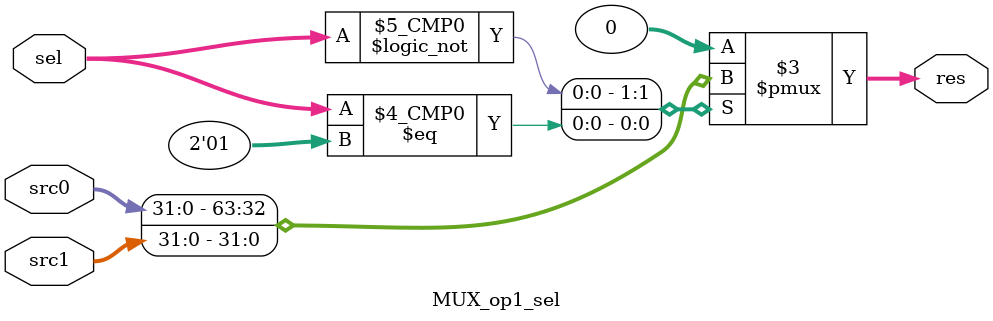
<source format=v>
`timescale 1ns / 1ps

module MUX_op1_sel(
input [31:0] src0,
input [31:0] src1,
input [1:0] sel,
output reg [31:0] res
);

parameter op1_choose_rd0=2'd0;
parameter op1_choose_pc=2'd1;
parameter op1_choose_zero=2'd2;

always@(*)
begin
    case(sel)
        op1_choose_rd0:
            res = src0;
        op1_choose_pc:
            res = src1;
        default:
            res = 0;
    endcase
end
endmodule
</source>
